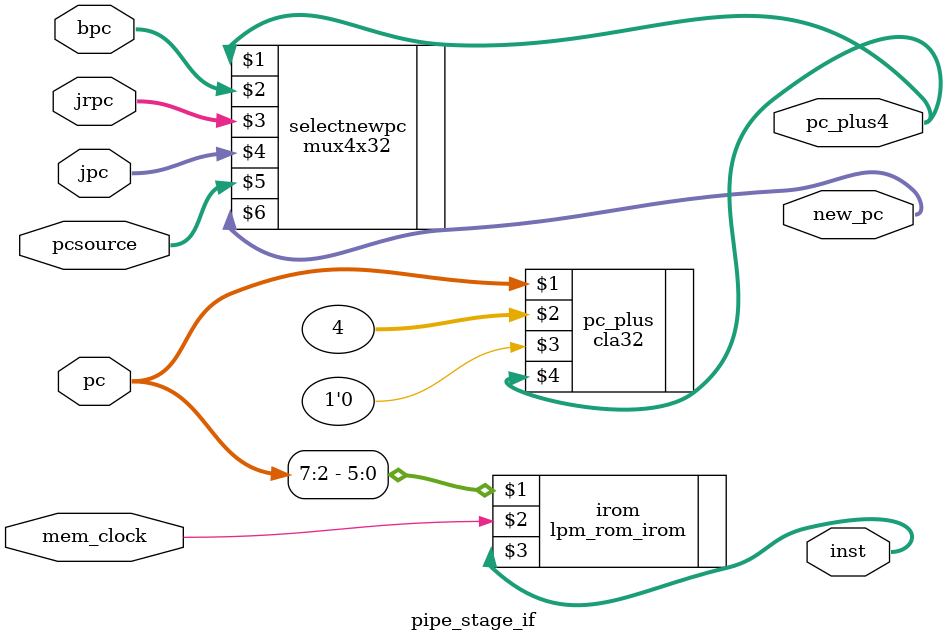
<source format=v>
module pipe_stage_if(pcsource,pc,bpc,jrpc,jpc,new_pc,pc_plus4,inst,mem_clock);//IF stage
	input [1:0] pcsource;
	input [31:0] pc,bpc,jrpc,jpc;
	input mem_clock;
	
	output [31:0] new_pc,pc_plus4;
	output [31:0] inst;

	mux4x32 selectnewpc (pc_plus4,bpc,jrpc,jpc,pcsource,new_pc);//根据pcsource的值选择next PC
	cla32 pc_plus (pc,32'h4,1'b0,pc_plus4);//pc_plus4=pc+4
	lpm_rom_irom irom (pc[7:2],mem_clock,inst);//instruction memory:get inst from mem
endmodule
</source>
